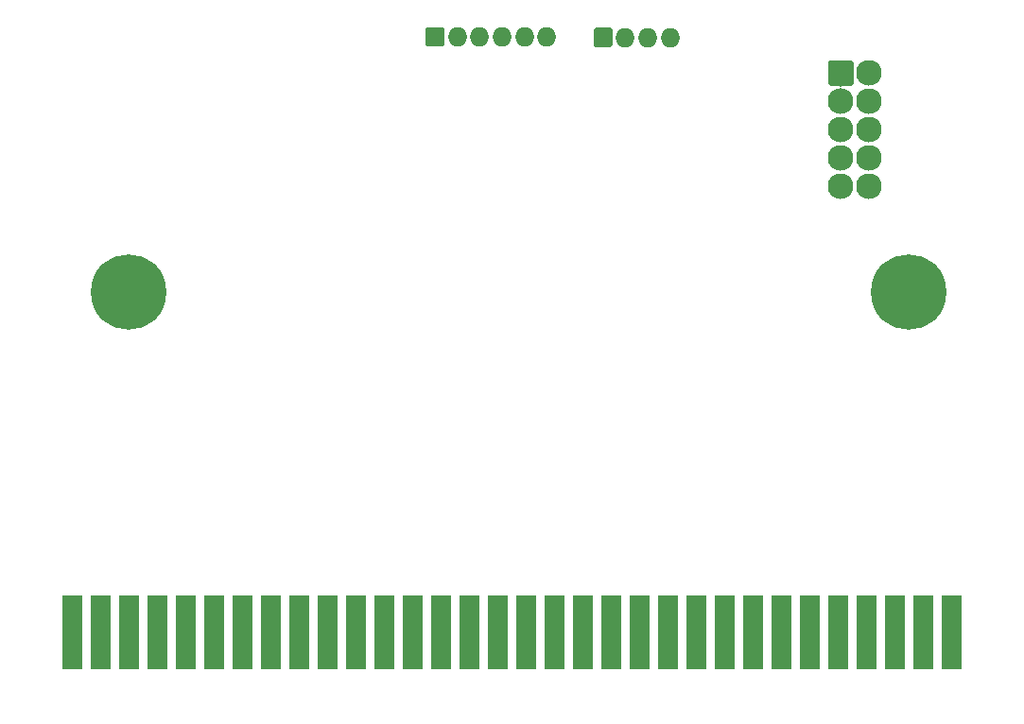
<source format=gbr>
G04 #@! TF.GenerationSoftware,KiCad,Pcbnew,(5.99.0-1468-g7e1294a4b)*
G04 #@! TF.CreationDate,2020-08-22T19:19:54+02:00*
G04 #@! TF.ProjectId,MD_Flash_8M,4d445f46-6c61-4736-985f-384d2e6b6963,rev?*
G04 #@! TF.SameCoordinates,Original*
G04 #@! TF.FileFunction,Soldermask,Bot*
G04 #@! TF.FilePolarity,Negative*
%FSLAX46Y46*%
G04 Gerber Fmt 4.6, Leading zero omitted, Abs format (unit mm)*
G04 Created by KiCad (PCBNEW (5.99.0-1468-g7e1294a4b)) date 2020-08-22 19:19:54*
%MOMM*%
%LPD*%
G01*
G04 APERTURE LIST*
%ADD10O,1.750000X1.750000*%
%ADD11C,2.300000*%
%ADD12C,6.750000*%
G04 APERTURE END LIST*
G36*
G01*
X199250000Y-48800000D02*
X197900000Y-48800000D01*
G75*
G02*
X197700000Y-48600000I0J200000D01*
G01*
X197700000Y-47250000D01*
G75*
G02*
X197900000Y-47050000I200000J0D01*
G01*
X199250000Y-47050000D01*
G75*
G02*
X199450000Y-47250000I0J-200000D01*
G01*
X199450000Y-48600000D01*
G75*
G02*
X199250000Y-48800000I-200000J0D01*
G01*
G37*
D10*
X200575000Y-47925000D03*
X202575000Y-47925000D03*
X204575000Y-47925000D03*
G36*
G01*
X184200000Y-48750000D02*
X182850000Y-48750000D01*
G75*
G02*
X182650000Y-48550000I0J200000D01*
G01*
X182650000Y-47200000D01*
G75*
G02*
X182850000Y-47000000I200000J0D01*
G01*
X184200000Y-47000000D01*
G75*
G02*
X184400000Y-47200000I0J-200000D01*
G01*
X184400000Y-48550000D01*
G75*
G02*
X184200000Y-48750000I-200000J0D01*
G01*
G37*
X185525000Y-47875000D03*
X187525000Y-47875000D03*
X189525000Y-47875000D03*
X191525000Y-47875000D03*
X193525000Y-47875000D03*
G36*
G01*
X218905000Y-49945000D02*
X220805000Y-49945000D01*
G75*
G02*
X221005000Y-50145000I0J-200000D01*
G01*
X221005000Y-52045000D01*
G75*
G02*
X220805000Y-52245000I-200000J0D01*
G01*
X218905000Y-52245000D01*
G75*
G02*
X218705000Y-52045000I0J200000D01*
G01*
X218705000Y-50145000D01*
G75*
G02*
X218905000Y-49945000I200000J0D01*
G01*
G37*
D11*
X222395000Y-51095000D03*
X219855000Y-53635000D03*
X222395000Y-53635000D03*
X219855000Y-56175000D03*
X222395000Y-56175000D03*
X219855000Y-58715000D03*
X222395000Y-58715000D03*
X219855000Y-61255000D03*
X222395000Y-61255000D03*
D12*
X225971100Y-70713600D03*
X156121100Y-70713600D03*
G36*
G01*
X228155500Y-97967800D02*
X228155500Y-104419400D01*
G75*
G02*
X228079300Y-104495600I-76200J0D01*
G01*
X226402900Y-104495600D01*
G75*
G02*
X226326700Y-104419400I0J76200D01*
G01*
X226326700Y-97967800D01*
G75*
G02*
X226402900Y-97891600I76200J0D01*
G01*
X228079300Y-97891600D01*
G75*
G02*
X228155500Y-97967800I0J-76200D01*
G01*
G37*
G36*
G01*
X225615500Y-97967800D02*
X225615500Y-104419400D01*
G75*
G02*
X225539300Y-104495600I-76200J0D01*
G01*
X223862900Y-104495600D01*
G75*
G02*
X223786700Y-104419400I0J76200D01*
G01*
X223786700Y-97967800D01*
G75*
G02*
X223862900Y-97891600I76200J0D01*
G01*
X225539300Y-97891600D01*
G75*
G02*
X225615500Y-97967800I0J-76200D01*
G01*
G37*
G36*
G01*
X223075500Y-97967800D02*
X223075500Y-104419400D01*
G75*
G02*
X222999300Y-104495600I-76200J0D01*
G01*
X221322900Y-104495600D01*
G75*
G02*
X221246700Y-104419400I0J76200D01*
G01*
X221246700Y-97967800D01*
G75*
G02*
X221322900Y-97891600I76200J0D01*
G01*
X222999300Y-97891600D01*
G75*
G02*
X223075500Y-97967800I0J-76200D01*
G01*
G37*
G36*
G01*
X220535500Y-97967800D02*
X220535500Y-104419400D01*
G75*
G02*
X220459300Y-104495600I-76200J0D01*
G01*
X218782900Y-104495600D01*
G75*
G02*
X218706700Y-104419400I0J76200D01*
G01*
X218706700Y-97967800D01*
G75*
G02*
X218782900Y-97891600I76200J0D01*
G01*
X220459300Y-97891600D01*
G75*
G02*
X220535500Y-97967800I0J-76200D01*
G01*
G37*
G36*
G01*
X217995500Y-97967800D02*
X217995500Y-104419400D01*
G75*
G02*
X217919300Y-104495600I-76200J0D01*
G01*
X216242900Y-104495600D01*
G75*
G02*
X216166700Y-104419400I0J76200D01*
G01*
X216166700Y-97967800D01*
G75*
G02*
X216242900Y-97891600I76200J0D01*
G01*
X217919300Y-97891600D01*
G75*
G02*
X217995500Y-97967800I0J-76200D01*
G01*
G37*
G36*
G01*
X215455500Y-97967800D02*
X215455500Y-104419400D01*
G75*
G02*
X215379300Y-104495600I-76200J0D01*
G01*
X213702900Y-104495600D01*
G75*
G02*
X213626700Y-104419400I0J76200D01*
G01*
X213626700Y-97967800D01*
G75*
G02*
X213702900Y-97891600I76200J0D01*
G01*
X215379300Y-97891600D01*
G75*
G02*
X215455500Y-97967800I0J-76200D01*
G01*
G37*
G36*
G01*
X212915500Y-97967800D02*
X212915500Y-104419400D01*
G75*
G02*
X212839300Y-104495600I-76200J0D01*
G01*
X211162900Y-104495600D01*
G75*
G02*
X211086700Y-104419400I0J76200D01*
G01*
X211086700Y-97967800D01*
G75*
G02*
X211162900Y-97891600I76200J0D01*
G01*
X212839300Y-97891600D01*
G75*
G02*
X212915500Y-97967800I0J-76200D01*
G01*
G37*
G36*
G01*
X210375500Y-97967800D02*
X210375500Y-104419400D01*
G75*
G02*
X210299300Y-104495600I-76200J0D01*
G01*
X208622900Y-104495600D01*
G75*
G02*
X208546700Y-104419400I0J76200D01*
G01*
X208546700Y-97967800D01*
G75*
G02*
X208622900Y-97891600I76200J0D01*
G01*
X210299300Y-97891600D01*
G75*
G02*
X210375500Y-97967800I0J-76200D01*
G01*
G37*
G36*
G01*
X207835500Y-97967800D02*
X207835500Y-104419400D01*
G75*
G02*
X207759300Y-104495600I-76200J0D01*
G01*
X206082900Y-104495600D01*
G75*
G02*
X206006700Y-104419400I0J76200D01*
G01*
X206006700Y-97967800D01*
G75*
G02*
X206082900Y-97891600I76200J0D01*
G01*
X207759300Y-97891600D01*
G75*
G02*
X207835500Y-97967800I0J-76200D01*
G01*
G37*
G36*
G01*
X205295500Y-97967800D02*
X205295500Y-104419400D01*
G75*
G02*
X205219300Y-104495600I-76200J0D01*
G01*
X203542900Y-104495600D01*
G75*
G02*
X203466700Y-104419400I0J76200D01*
G01*
X203466700Y-97967800D01*
G75*
G02*
X203542900Y-97891600I76200J0D01*
G01*
X205219300Y-97891600D01*
G75*
G02*
X205295500Y-97967800I0J-76200D01*
G01*
G37*
G36*
G01*
X202755500Y-97967800D02*
X202755500Y-104419400D01*
G75*
G02*
X202679300Y-104495600I-76200J0D01*
G01*
X201002900Y-104495600D01*
G75*
G02*
X200926700Y-104419400I0J76200D01*
G01*
X200926700Y-97967800D01*
G75*
G02*
X201002900Y-97891600I76200J0D01*
G01*
X202679300Y-97891600D01*
G75*
G02*
X202755500Y-97967800I0J-76200D01*
G01*
G37*
G36*
G01*
X200215500Y-97967800D02*
X200215500Y-104419400D01*
G75*
G02*
X200139300Y-104495600I-76200J0D01*
G01*
X198462900Y-104495600D01*
G75*
G02*
X198386700Y-104419400I0J76200D01*
G01*
X198386700Y-97967800D01*
G75*
G02*
X198462900Y-97891600I76200J0D01*
G01*
X200139300Y-97891600D01*
G75*
G02*
X200215500Y-97967800I0J-76200D01*
G01*
G37*
G36*
G01*
X197675500Y-97967800D02*
X197675500Y-104419400D01*
G75*
G02*
X197599300Y-104495600I-76200J0D01*
G01*
X195922900Y-104495600D01*
G75*
G02*
X195846700Y-104419400I0J76200D01*
G01*
X195846700Y-97967800D01*
G75*
G02*
X195922900Y-97891600I76200J0D01*
G01*
X197599300Y-97891600D01*
G75*
G02*
X197675500Y-97967800I0J-76200D01*
G01*
G37*
G36*
G01*
X195135500Y-97967800D02*
X195135500Y-104419400D01*
G75*
G02*
X195059300Y-104495600I-76200J0D01*
G01*
X193382900Y-104495600D01*
G75*
G02*
X193306700Y-104419400I0J76200D01*
G01*
X193306700Y-97967800D01*
G75*
G02*
X193382900Y-97891600I76200J0D01*
G01*
X195059300Y-97891600D01*
G75*
G02*
X195135500Y-97967800I0J-76200D01*
G01*
G37*
G36*
G01*
X192595500Y-97967800D02*
X192595500Y-104419400D01*
G75*
G02*
X192519300Y-104495600I-76200J0D01*
G01*
X190842900Y-104495600D01*
G75*
G02*
X190766700Y-104419400I0J76200D01*
G01*
X190766700Y-97967800D01*
G75*
G02*
X190842900Y-97891600I76200J0D01*
G01*
X192519300Y-97891600D01*
G75*
G02*
X192595500Y-97967800I0J-76200D01*
G01*
G37*
G36*
G01*
X190055500Y-97967800D02*
X190055500Y-104419400D01*
G75*
G02*
X189979300Y-104495600I-76200J0D01*
G01*
X188302900Y-104495600D01*
G75*
G02*
X188226700Y-104419400I0J76200D01*
G01*
X188226700Y-97967800D01*
G75*
G02*
X188302900Y-97891600I76200J0D01*
G01*
X189979300Y-97891600D01*
G75*
G02*
X190055500Y-97967800I0J-76200D01*
G01*
G37*
G36*
G01*
X187515500Y-97967800D02*
X187515500Y-104419400D01*
G75*
G02*
X187439300Y-104495600I-76200J0D01*
G01*
X185762900Y-104495600D01*
G75*
G02*
X185686700Y-104419400I0J76200D01*
G01*
X185686700Y-97967800D01*
G75*
G02*
X185762900Y-97891600I76200J0D01*
G01*
X187439300Y-97891600D01*
G75*
G02*
X187515500Y-97967800I0J-76200D01*
G01*
G37*
G36*
G01*
X184975500Y-97967800D02*
X184975500Y-104419400D01*
G75*
G02*
X184899300Y-104495600I-76200J0D01*
G01*
X183222900Y-104495600D01*
G75*
G02*
X183146700Y-104419400I0J76200D01*
G01*
X183146700Y-97967800D01*
G75*
G02*
X183222900Y-97891600I76200J0D01*
G01*
X184899300Y-97891600D01*
G75*
G02*
X184975500Y-97967800I0J-76200D01*
G01*
G37*
G36*
G01*
X182435500Y-97967800D02*
X182435500Y-104419400D01*
G75*
G02*
X182359300Y-104495600I-76200J0D01*
G01*
X180682900Y-104495600D01*
G75*
G02*
X180606700Y-104419400I0J76200D01*
G01*
X180606700Y-97967800D01*
G75*
G02*
X180682900Y-97891600I76200J0D01*
G01*
X182359300Y-97891600D01*
G75*
G02*
X182435500Y-97967800I0J-76200D01*
G01*
G37*
G36*
G01*
X179895500Y-97967800D02*
X179895500Y-104419400D01*
G75*
G02*
X179819300Y-104495600I-76200J0D01*
G01*
X178142900Y-104495600D01*
G75*
G02*
X178066700Y-104419400I0J76200D01*
G01*
X178066700Y-97967800D01*
G75*
G02*
X178142900Y-97891600I76200J0D01*
G01*
X179819300Y-97891600D01*
G75*
G02*
X179895500Y-97967800I0J-76200D01*
G01*
G37*
G36*
G01*
X177355500Y-97967800D02*
X177355500Y-104419400D01*
G75*
G02*
X177279300Y-104495600I-76200J0D01*
G01*
X175602900Y-104495600D01*
G75*
G02*
X175526700Y-104419400I0J76200D01*
G01*
X175526700Y-97967800D01*
G75*
G02*
X175602900Y-97891600I76200J0D01*
G01*
X177279300Y-97891600D01*
G75*
G02*
X177355500Y-97967800I0J-76200D01*
G01*
G37*
G36*
G01*
X174815500Y-97967800D02*
X174815500Y-104419400D01*
G75*
G02*
X174739300Y-104495600I-76200J0D01*
G01*
X173062900Y-104495600D01*
G75*
G02*
X172986700Y-104419400I0J76200D01*
G01*
X172986700Y-97967800D01*
G75*
G02*
X173062900Y-97891600I76200J0D01*
G01*
X174739300Y-97891600D01*
G75*
G02*
X174815500Y-97967800I0J-76200D01*
G01*
G37*
G36*
G01*
X172275500Y-97967800D02*
X172275500Y-104419400D01*
G75*
G02*
X172199300Y-104495600I-76200J0D01*
G01*
X170522900Y-104495600D01*
G75*
G02*
X170446700Y-104419400I0J76200D01*
G01*
X170446700Y-97967800D01*
G75*
G02*
X170522900Y-97891600I76200J0D01*
G01*
X172199300Y-97891600D01*
G75*
G02*
X172275500Y-97967800I0J-76200D01*
G01*
G37*
G36*
G01*
X169735500Y-97967800D02*
X169735500Y-104419400D01*
G75*
G02*
X169659300Y-104495600I-76200J0D01*
G01*
X167982900Y-104495600D01*
G75*
G02*
X167906700Y-104419400I0J76200D01*
G01*
X167906700Y-97967800D01*
G75*
G02*
X167982900Y-97891600I76200J0D01*
G01*
X169659300Y-97891600D01*
G75*
G02*
X169735500Y-97967800I0J-76200D01*
G01*
G37*
G36*
G01*
X167195500Y-97967800D02*
X167195500Y-104419400D01*
G75*
G02*
X167119300Y-104495600I-76200J0D01*
G01*
X165442900Y-104495600D01*
G75*
G02*
X165366700Y-104419400I0J76200D01*
G01*
X165366700Y-97967800D01*
G75*
G02*
X165442900Y-97891600I76200J0D01*
G01*
X167119300Y-97891600D01*
G75*
G02*
X167195500Y-97967800I0J-76200D01*
G01*
G37*
G36*
G01*
X164655500Y-97967800D02*
X164655500Y-104419400D01*
G75*
G02*
X164579300Y-104495600I-76200J0D01*
G01*
X162902900Y-104495600D01*
G75*
G02*
X162826700Y-104419400I0J76200D01*
G01*
X162826700Y-97967800D01*
G75*
G02*
X162902900Y-97891600I76200J0D01*
G01*
X164579300Y-97891600D01*
G75*
G02*
X164655500Y-97967800I0J-76200D01*
G01*
G37*
G36*
G01*
X162115500Y-97967800D02*
X162115500Y-104419400D01*
G75*
G02*
X162039300Y-104495600I-76200J0D01*
G01*
X160362900Y-104495600D01*
G75*
G02*
X160286700Y-104419400I0J76200D01*
G01*
X160286700Y-97967800D01*
G75*
G02*
X160362900Y-97891600I76200J0D01*
G01*
X162039300Y-97891600D01*
G75*
G02*
X162115500Y-97967800I0J-76200D01*
G01*
G37*
G36*
G01*
X159575500Y-97967800D02*
X159575500Y-104419400D01*
G75*
G02*
X159499300Y-104495600I-76200J0D01*
G01*
X157822900Y-104495600D01*
G75*
G02*
X157746700Y-104419400I0J76200D01*
G01*
X157746700Y-97967800D01*
G75*
G02*
X157822900Y-97891600I76200J0D01*
G01*
X159499300Y-97891600D01*
G75*
G02*
X159575500Y-97967800I0J-76200D01*
G01*
G37*
G36*
G01*
X157035500Y-97967800D02*
X157035500Y-104419400D01*
G75*
G02*
X156959300Y-104495600I-76200J0D01*
G01*
X155282900Y-104495600D01*
G75*
G02*
X155206700Y-104419400I0J76200D01*
G01*
X155206700Y-97967800D01*
G75*
G02*
X155282900Y-97891600I76200J0D01*
G01*
X156959300Y-97891600D01*
G75*
G02*
X157035500Y-97967800I0J-76200D01*
G01*
G37*
G36*
G01*
X154495500Y-97967800D02*
X154495500Y-104419400D01*
G75*
G02*
X154419300Y-104495600I-76200J0D01*
G01*
X152742900Y-104495600D01*
G75*
G02*
X152666700Y-104419400I0J76200D01*
G01*
X152666700Y-97967800D01*
G75*
G02*
X152742900Y-97891600I76200J0D01*
G01*
X154419300Y-97891600D01*
G75*
G02*
X154495500Y-97967800I0J-76200D01*
G01*
G37*
G36*
G01*
X151955500Y-97967800D02*
X151955500Y-104419400D01*
G75*
G02*
X151879300Y-104495600I-76200J0D01*
G01*
X150202900Y-104495600D01*
G75*
G02*
X150126700Y-104419400I0J76200D01*
G01*
X150126700Y-97967800D01*
G75*
G02*
X150202900Y-97891600I76200J0D01*
G01*
X151879300Y-97891600D01*
G75*
G02*
X151955500Y-97967800I0J-76200D01*
G01*
G37*
G36*
G01*
X230695500Y-97967800D02*
X230695500Y-104419400D01*
G75*
G02*
X230619300Y-104495600I-76200J0D01*
G01*
X228942900Y-104495600D01*
G75*
G02*
X228866700Y-104419400I0J76200D01*
G01*
X228866700Y-97967800D01*
G75*
G02*
X228942900Y-97891600I76200J0D01*
G01*
X230619300Y-97891600D01*
G75*
G02*
X230695500Y-97967800I0J-76200D01*
G01*
G37*
G36*
X219983517Y-52244000D02*
G01*
X219983517Y-52246000D01*
X219982303Y-52246932D01*
X219920320Y-52263541D01*
X219875327Y-52308534D01*
X219858857Y-52369999D01*
X219875327Y-52431465D01*
X219920375Y-52476512D01*
X219964004Y-52491706D01*
X219993564Y-52496071D01*
X219995132Y-52497314D01*
X219994839Y-52499292D01*
X219993063Y-52500039D01*
X219870028Y-52487107D01*
X219692178Y-52501104D01*
X219690373Y-52500243D01*
X219690216Y-52498249D01*
X219691605Y-52497154D01*
X219723547Y-52490365D01*
X219780488Y-52461352D01*
X219815144Y-52407987D01*
X219818474Y-52344441D01*
X219789585Y-52287743D01*
X219736127Y-52253027D01*
X219697919Y-52246975D01*
X219696365Y-52245717D01*
X219696678Y-52243741D01*
X219698232Y-52243000D01*
X219981785Y-52243000D01*
X219983517Y-52244000D01*
G37*
M02*

</source>
